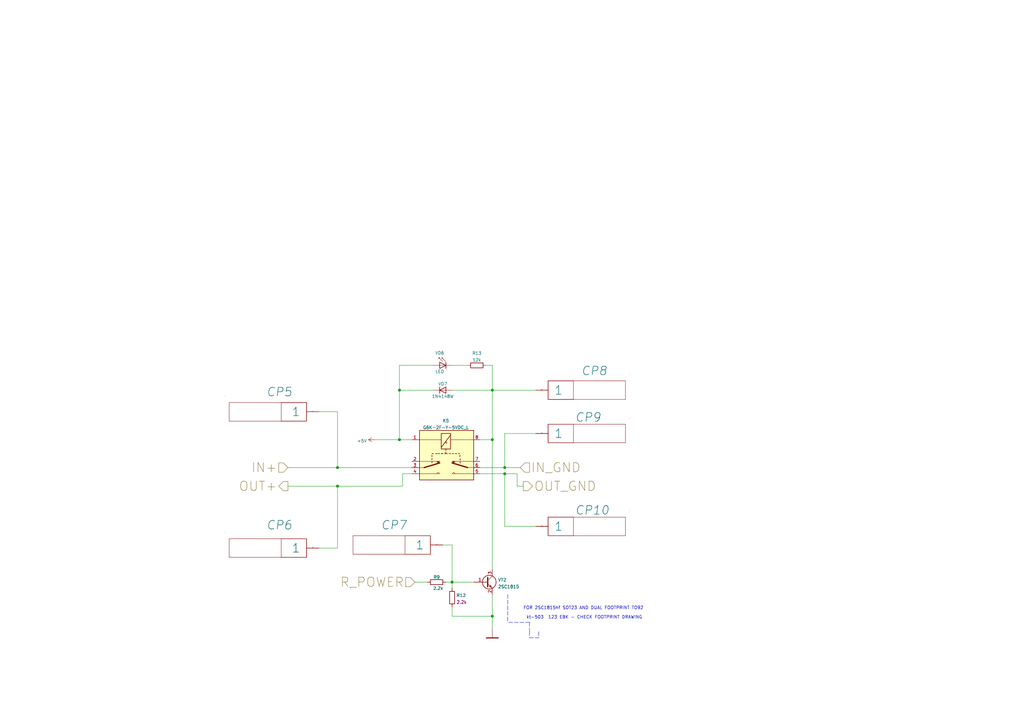
<source format=kicad_sch>
(kicad_sch (version 20210621) (generator eeschema)

  (uuid a390c40a-aa60-472e-b207-21925f174bb1)

  (paper "A3")

  (lib_symbols
    (symbol "[LTM][Power]:GND" (power) (pin_numbers hide) (pin_names (offset 0) hide) (in_bom yes) (on_board yes)
      (property "Reference" "#PWR" (id 0) (at 0 1.27 0)
        (effects (font (size 1.524 1.524)) hide)
      )
      (property "Value" "GND" (id 1) (at 0 -6.35 0)
        (effects (font (size 2.54 2.54) italic) hide)
      )
      (property "Footprint" "" (id 2) (at 0 0 0)
        (effects (font (size 1.524 1.524)))
      )
      (property "Datasheet" "" (id 3) (at 0 0 0)
        (effects (font (size 1.524 1.524)) hide)
      )
      (symbol "GND_0_1"
        (rectangle (start -2.4892 -3.683) (end 2.4892 -3.9878)
          (stroke (width 0)) (fill (type outline))
        )
        (polyline
          (pts
            (xy 0 0)
            (xy 0 -3.81)
          )
          (stroke (width 0)) (fill (type none))
        )
      )
      (symbol "GND_1_1"
        (pin power_in line (at 0 0 270) (length 0) hide
          (name "GND" (effects (font (size 1.27 1.27))))
          (number "1" (effects (font (size 1.27 1.27))))
        )
      )
    )
    (symbol "my_Library:12k" (pin_numbers hide) (pin_names (offset 0)) (in_bom yes) (on_board yes)
      (property "Reference" "R" (id 0) (at 0 2.032 0)
        (effects (font (size 1.27 1.27)))
      )
      (property "Value" "12k" (id 1) (at 0.635 -2.54 0)
        (effects (font (size 1.27 1.27)))
      )
      (property "Footprint" "my_Library_ftprint:R_0805_2012Metric" (id 2) (at 0 -1.778 0)
        (effects (font (size 1.27 1.27)) hide)
      )
      (property "Datasheet" "~" (id 3) (at 0 0 90)
        (effects (font (size 1.27 1.27)) hide)
      )
      (property "ki_keywords" "R res resistor" (id 4) (at 0 0 0)
        (effects (font (size 1.27 1.27)) hide)
      )
      (property "ki_description" "Resistor" (id 5) (at 0 0 0)
        (effects (font (size 1.27 1.27)) hide)
      )
      (property "ki_fp_filters" "R_*" (id 6) (at 0 0 0)
        (effects (font (size 1.27 1.27)) hide)
      )
      (symbol "12k_0_1"
        (rectangle (start 2.54 -1.016) (end -2.54 1.016)
          (stroke (width 0.254)) (fill (type none))
        )
      )
      (symbol "12k_1_1"
        (pin passive line (at -3.81 0 0) (length 1.27)
          (name "~" (effects (font (size 1.27 1.27))))
          (number "1" (effects (font (size 1.27 1.27))))
        )
        (pin passive line (at 3.81 0 180) (length 1.27)
          (name "~" (effects (font (size 1.27 1.27))))
          (number "2" (effects (font (size 1.27 1.27))))
        )
      )
    )
    (symbol "my_Library:1N4148W" (pin_numbers hide) (pin_names (offset 1.016) hide) (in_bom yes) (on_board yes)
      (property "Reference" "VD" (id 0) (at 0 2.54 0)
        (effects (font (size 1.27 1.27)))
      )
      (property "Value" "1N4148W" (id 1) (at 0 -2.54 0)
        (effects (font (size 1.27 1.27)))
      )
      (property "Footprint" "my_Library_ftprint:D_SOD-123" (id 2) (at 0 -4.445 0)
        (effects (font (size 1.27 1.27)) hide)
      )
      (property "Datasheet" "https://assets.nexperia.com/documents/data-sheet/1N4148_1N4448.pdf" (id 3) (at 0 0 0)
        (effects (font (size 1.27 1.27)) hide)
      )
      (property "ki_keywords" "diode" (id 4) (at 0 0 0)
        (effects (font (size 1.27 1.27)) hide)
      )
      (property "ki_description" "100V 0.15A standard switching diode, DO-35" (id 5) (at 0 0 0)
        (effects (font (size 1.27 1.27)) hide)
      )
      (property "ki_fp_filters" "D*DO?35*" (id 6) (at 0 0 0)
        (effects (font (size 1.27 1.27)) hide)
      )
      (symbol "1N4148W_0_1"
        (polyline
          (pts
            (xy -1.27 1.27)
            (xy -1.27 -1.27)
          )
          (stroke (width 0.254)) (fill (type none))
        )
        (polyline
          (pts
            (xy 1.27 0)
            (xy -1.27 0)
          )
          (stroke (width 0)) (fill (type none))
        )
        (polyline
          (pts
            (xy 1.27 1.27)
            (xy 1.27 -1.27)
            (xy -1.27 0)
            (xy 1.27 1.27)
          )
          (stroke (width 0.254)) (fill (type none))
        )
      )
      (symbol "1N4148W_1_1"
        (pin passive line (at -3.81 0 0) (length 2.54)
          (name "K" (effects (font (size 1.27 1.27))))
          (number "1" (effects (font (size 1.27 1.27))))
        )
        (pin passive line (at 3.81 0 180) (length 2.54)
          (name "A" (effects (font (size 1.27 1.27))))
          (number "2" (effects (font (size 1.27 1.27))))
        )
      )
    )
    (symbol "my_Library:2.2k" (pin_numbers hide) (pin_names (offset 0)) (in_bom yes) (on_board yes)
      (property "Reference" "R" (id 0) (at 0 2.032 0)
        (effects (font (size 1.27 1.27)))
      )
      (property "Value" "2.2k" (id 1) (at 0.635 -2.54 0)
        (effects (font (size 1.27 1.27)))
      )
      (property "Footprint" "my_Library_ftprint:R_0805_2012Metric" (id 2) (at 0 -1.778 0)
        (effects (font (size 1.27 1.27)) hide)
      )
      (property "Datasheet" "~" (id 3) (at 0 0 90)
        (effects (font (size 1.27 1.27)) hide)
      )
      (property "ki_keywords" "R res resistor" (id 4) (at 0 0 0)
        (effects (font (size 1.27 1.27)) hide)
      )
      (property "ki_description" "Resistor" (id 5) (at 0 0 0)
        (effects (font (size 1.27 1.27)) hide)
      )
      (property "ki_fp_filters" "R_*" (id 6) (at 0 0 0)
        (effects (font (size 1.27 1.27)) hide)
      )
      (symbol "2.2k_0_1"
        (rectangle (start 2.54 -1.016) (end -2.54 1.016)
          (stroke (width 0.254)) (fill (type none))
        )
      )
      (symbol "2.2k_1_1"
        (pin passive line (at -3.81 0 0) (length 1.27)
          (name "~" (effects (font (size 1.27 1.27))))
          (number "1" (effects (font (size 1.27 1.27))))
        )
        (pin passive line (at 3.81 0 180) (length 1.27)
          (name "~" (effects (font (size 1.27 1.27))))
          (number "2" (effects (font (size 1.27 1.27))))
        )
      )
    )
    (symbol "my_Library:2.2kvert" (pin_numbers hide) (pin_names (offset 0)) (in_bom yes) (on_board yes)
      (property "Reference" "R" (id 0) (at 3.175 1.905 0)
        (effects (font (size 1.27 1.27)))
      )
      (property "Value" "2.2kvert" (id 1) (at -7.62 0 0)
        (effects (font (size 1.27 1.27)) hide)
      )
      (property "Footprint" "my_Library_ftprint:R_0805_2012Metric" (id 2) (at -1.778 0 90)
        (effects (font (size 1.27 1.27)) hide)
      )
      (property "Datasheet" "~" (id 3) (at 0 0 0)
        (effects (font (size 1.27 1.27)) hide)
      )
      (property "volume" "2.2k" (id 4) (at 3.81 -1.27 0)
        (effects (font (size 1.27 1.27)))
      )
      (property "Field5" "" (id 5) (at 0 0 0)
        (effects (font (size 1.27 1.27)))
      )
      (property "ki_keywords" "R res resistor" (id 6) (at 0 0 0)
        (effects (font (size 1.27 1.27)) hide)
      )
      (property "ki_description" "Resistor" (id 7) (at 0 0 0)
        (effects (font (size 1.27 1.27)) hide)
      )
      (property "ki_fp_filters" "R_*" (id 8) (at 0 0 0)
        (effects (font (size 1.27 1.27)) hide)
      )
      (symbol "2.2kvert_0_1"
        (rectangle (start -1.016 -2.54) (end 1.016 2.54)
          (stroke (width 0.254)) (fill (type none))
        )
      )
      (symbol "2.2kvert_1_1"
        (pin passive line (at 0 3.81 270) (length 1.27)
          (name "~" (effects (font (size 1.27 1.27))))
          (number "1" (effects (font (size 1.27 1.27))))
        )
        (pin passive line (at 0 -3.81 90) (length 1.27)
          (name "~" (effects (font (size 1.27 1.27))))
          (number "2" (effects (font (size 1.27 1.27))))
        )
      )
    )
    (symbol "my_Library:2SC1815" (pin_names (offset 0) hide) (in_bom yes) (on_board yes)
      (property "Reference" "VT" (id 0) (at 5.08 1.905 0)
        (effects (font (size 1.27 1.27)) (justify left))
      )
      (property "Value" "2SC1815" (id 1) (at 5.08 0 0)
        (effects (font (size 1.27 1.27)) (justify left))
      )
      (property "Footprint" "my_Library_ftprint:SOT-23_MY_C_E_Silk" (id 2) (at 5.08 -1.905 0)
        (effects (font (size 1.27 1.27) italic) (justify left) hide)
      )
      (property "Datasheet" "https://media.digikey.com/pdf/Data%20Sheets/Toshiba%20PDFs/2SC1815.pdf" (id 3) (at 0 0 0)
        (effects (font (size 1.27 1.27)) (justify left) hide)
      )
      (property "ki_keywords" "Low Noise Audio NPN Transistor" (id 4) (at 0 0 0)
        (effects (font (size 1.27 1.27)) hide)
      )
      (property "ki_description" "0.15A Ic, 50V Vce, Low Noise Audio NPN Transistor, TO-92" (id 5) (at 0 0 0)
        (effects (font (size 1.27 1.27)) hide)
      )
      (property "ki_fp_filters" "TO?92*" (id 6) (at 0 0 0)
        (effects (font (size 1.27 1.27)) hide)
      )
      (symbol "2SC1815_0_1"
        (circle (center 1.27 0) (radius 2.8194) (stroke (width 0.254)) (fill (type none)))
        (polyline
          (pts
            (xy 0 0)
            (xy 0.508 0)
          )
          (stroke (width 0)) (fill (type none))
        )
        (polyline
          (pts
            (xy 0.635 0.635)
            (xy 2.54 2.54)
          )
          (stroke (width 0)) (fill (type none))
        )
        (polyline
          (pts
            (xy 0.635 -0.635)
            (xy 2.54 -2.54)
            (xy 2.54 -2.54)
          )
          (stroke (width 0)) (fill (type none))
        )
        (polyline
          (pts
            (xy 0.635 1.905)
            (xy 0.635 -1.905)
            (xy 0.635 -1.905)
          )
          (stroke (width 0.508)) (fill (type none))
        )
        (polyline
          (pts
            (xy 1.27 -1.778)
            (xy 1.778 -1.27)
            (xy 2.286 -2.286)
            (xy 1.27 -1.778)
            (xy 1.27 -1.778)
          )
          (stroke (width 0)) (fill (type outline))
        )
      )
      (symbol "2SC1815_1_1"
        (pin input line (at -5.08 0 0) (length 5.08)
          (name "B" (effects (font (size 1.27 1.27))))
          (number "1" (effects (font (size 1.27 1.27))))
        )
        (pin passive line (at 2.54 -5.08 90) (length 2.54)
          (name "E" (effects (font (size 1.27 1.27))))
          (number "2" (effects (font (size 1.27 1.27))))
        )
        (pin passive line (at 2.54 5.08 270) (length 2.54)
          (name "C" (effects (font (size 1.27 1.27))))
          (number "3" (effects (font (size 1.27 1.27))))
        )
      )
    )
    (symbol "my_Library:CP_L" (pin_names (offset 2.54)) (in_bom yes) (on_board yes)
      (property "Reference" "CP" (id 0) (at -21.336 7.874 0)
        (effects (font (size 3.556 3.556) italic))
      )
      (property "Value" "CP_L" (id 1) (at -101.6 0 0)
        (effects (font (size 2.0066 2.0066) italic) hide)
      )
      (property "Footprint" "my_Library_ftprint:PinHeader_1x01_P2.54mm_Vertical" (id 2) (at -101.6 -2.54 0)
        (effects (font (size 2.0066 2.0066) italic) hide)
      )
      (property "Datasheet" "" (id 3) (at -101.6 -5.08 0)
        (effects (font (size 2.0066 2.0066) italic) hide)
      )
      (property "ValueName" "ВИЛКА НА ПЛАТУ 2.5 ММ ШАГ" (id 4) (at -21.336 -23.622 0)
        (effects (font (size 2.0066 2.0066) italic) hide)
      )
      (property "ValueGroup" "Соединители" (id 5) (at -101.6 -7.62 0)
        (effects (font (size 2.0066 2.0066) italic) hide)
      )
      (property "ValueGOST" "розетка СНП346-5PП21-1" (id 6) (at -101.6 -10.16 0)
        (effects (font (size 2.0066 2.0066) italic) hide)
      )
      (property "ValueTU" "РЮМК.430420.011ТУ" (id 7) (at -101.6 -12.7 0)
        (effects (font (size 2.0066 2.0066) italic) hide)
      )
      (property "ValueManufacturer" "ф. АО «Электродеталь»" (id 8) (at -101.6 -15.24 0)
        (effects (font (size 2.0066 2.0066) italic) hide)
      )
      (property "ValueTemp_1" "РЮМК.430420.011ТУ" (id 9) (at -101.6 -17.78 0)
        (effects (font (size 2.0066 2.0066) italic) hide)
      )
      (property "ValueSupplier" "ф. АО «Электродеталь»" (id 10) (at -101.6 -20.32 0)
        (effects (font (size 2.0066 2.0066) italic) hide)
      )
      (property "ValueAnalog" "PLD-10 DS-1021" (id 11) (at -101.6 -22.86 0)
        (effects (font (size 2.0066 2.0066) italic) hide)
      )
      (property "ValueTemperature" "от минус 60 ⁰C до + 85 ⁰C" (id 12) (at -101.6 -25.4 0)
        (effects (font (size 2.0066 2.0066) italic) hide)
      )
      (property "ValueNote" "-" (id 13) (at -101.6 -27.94 0)
        (effects (font (size 2.0066 2.0066) italic) hide)
      )
      (property "ValueTemp_2" "-" (id 14) (at -101.6 -30.48 0)
        (effects (font (size 2.0066 2.0066) italic) hide)
      )
      (property "ValueTemp_3" "-" (id 15) (at -101.6 -33.02 0)
        (effects (font (size 2.0066 2.0066) italic) hide)
      )
      (property "ValueTemp_4" "-" (id 16) (at -101.6 -35.56 0)
        (effects (font (size 2.0066 2.0066) italic) hide)
      )
      (property "ValueTemp_5" "-" (id 17) (at -101.6 -38.1 0)
        (effects (font (size 2.0066 2.0066) italic) hide)
      )
      (property "PIN1" "  " (id 18) (at -12.6362 37.9594 0)
        (effects (font (size 2.0066 2.0066) italic))
      )
      (property "PIN2" "   " (id 19) (at -12.6362 33.7224 0)
        (effects (font (size 2.0066 2.0066) italic))
      )
      (property "PIN3" " " (id 20) (at -12.6362 29.4854 0)
        (effects (font (size 2.0066 2.0066) italic))
      )
      (property "PIN4" "  " (id 21) (at -12.6362 25.2484 0)
        (effects (font (size 2.0066 2.0066) italic))
      )
      (property "PIN5" " " (id 22) (at -12.6362 21.0114 0)
        (effects (font (size 2.0066 2.0066) italic))
      )
      (property "ki_fp_filters" "[LTM][FP][Connectors][SNP346]:[LTM][X]*" (id 23) (at 0 0 0)
        (effects (font (size 1.27 1.27)) hide)
      )
      (symbol "CP_L_0_0"
        (pin passive line (at 0 0 180) (length 5.08)
          (name "1" (effects (font (size 3.556 3.556))))
          (number "1" (effects (font (size 0.0254 0.0254))))
        )
      )
      (symbol "CP_L_1_1"
        (text " " (at 9.906 -12.7 0)
          (effects (font (size 2.0066 2.0066) italic))
        )
        (text " " (at 9.906 -7.62 0)
          (effects (font (size 2.0066 2.0066) italic))
        )
        (text " " (at 9.906 -2.54 0)
          (effects (font (size 2.0066 2.0066) italic))
        )
        (text " " (at 9.906 2.54 0)
          (effects (font (size 2.0066 2.0066) italic))
        )
        (text " " (at 9.906 17.78 0)
          (effects (font (size 2.0066 2.0066) italic))
        )
        (text " " (at 12.446 -34.29 0)
          (effects (font (size 2.0066 2.0066) italic))
        )
        (text " " (at 12.446 -29.21 0)
          (effects (font (size 2.0066 2.0066) italic))
        )
        (text " " (at 12.446 -24.13 0)
          (effects (font (size 2.0066 2.0066) italic))
        )
        (rectangle (start -38.608 6.35) (end -38.608 6.35)
          (stroke (width 0)) (fill (type none))
        )
        (rectangle (start -36.83 3.81) (end -5.08 -3.81)
          (stroke (width 0)) (fill (type none))
        )
        (rectangle (start -15.494 3.81) (end -5.08 -3.81)
          (stroke (width 0)) (fill (type none))
        )
      )
    )
    (symbol "my_Library:CP_R" (pin_names (offset 2.54)) (in_bom yes) (on_board yes)
      (property "Reference" "CP" (id 0) (at -21.336 7.874 0)
        (effects (font (size 3.556 3.556) italic))
      )
      (property "Value" "CP_R" (id 1) (at -101.6 0 0)
        (effects (font (size 2.0066 2.0066) italic) hide)
      )
      (property "Footprint" "my_Library_ftprint:PinHeader_1x01_P2.54mm_Vertical" (id 2) (at -101.6 -2.54 0)
        (effects (font (size 2.0066 2.0066) italic) hide)
      )
      (property "Datasheet" "" (id 3) (at -101.6 -5.08 0)
        (effects (font (size 2.0066 2.0066) italic) hide)
      )
      (property "ValueName" "ВИЛКА НА ПЛАТУ 2.5 ММ ШАГ" (id 4) (at -21.336 -23.622 0)
        (effects (font (size 2.0066 2.0066) italic) hide)
      )
      (property "ValueGroup" "Соединители" (id 5) (at -101.6 -7.62 0)
        (effects (font (size 2.0066 2.0066) italic) hide)
      )
      (property "ValueGOST" "розетка СНП346-5PП21-1" (id 6) (at -101.6 -10.16 0)
        (effects (font (size 2.0066 2.0066) italic) hide)
      )
      (property "ValueTU" "РЮМК.430420.011ТУ" (id 7) (at -101.6 -12.7 0)
        (effects (font (size 2.0066 2.0066) italic) hide)
      )
      (property "ValueManufacturer" "ф. АО «Электродеталь»" (id 8) (at -101.6 -15.24 0)
        (effects (font (size 2.0066 2.0066) italic) hide)
      )
      (property "ValueTemp_1" "РЮМК.430420.011ТУ" (id 9) (at -101.6 -17.78 0)
        (effects (font (size 2.0066 2.0066) italic) hide)
      )
      (property "ValueSupplier" "ф. АО «Электродеталь»" (id 10) (at -101.6 -20.32 0)
        (effects (font (size 2.0066 2.0066) italic) hide)
      )
      (property "ValueAnalog" "PLD-10 DS-1021" (id 11) (at -101.6 -22.86 0)
        (effects (font (size 2.0066 2.0066) italic) hide)
      )
      (property "ValueTemperature" "от минус 60 ⁰C до + 85 ⁰C" (id 12) (at -101.6 -25.4 0)
        (effects (font (size 2.0066 2.0066) italic) hide)
      )
      (property "ValueNote" "-" (id 13) (at -101.6 -27.94 0)
        (effects (font (size 2.0066 2.0066) italic) hide)
      )
      (property "ValueTemp_2" "-" (id 14) (at -101.6 -30.48 0)
        (effects (font (size 2.0066 2.0066) italic) hide)
      )
      (property "ValueTemp_3" "-" (id 15) (at -101.6 -33.02 0)
        (effects (font (size 2.0066 2.0066) italic) hide)
      )
      (property "ValueTemp_4" "-" (id 16) (at -101.6 -35.56 0)
        (effects (font (size 2.0066 2.0066) italic) hide)
      )
      (property "ValueTemp_5" "-" (id 17) (at -101.6 -38.1 0)
        (effects (font (size 2.0066 2.0066) italic) hide)
      )
      (property "PIN1" "  " (id 18) (at -12.6362 37.9594 0)
        (effects (font (size 2.0066 2.0066) italic))
      )
      (property "PIN2" "   " (id 19) (at -12.6362 33.7224 0)
        (effects (font (size 2.0066 2.0066) italic))
      )
      (property "PIN3" " " (id 20) (at -12.6362 29.4854 0)
        (effects (font (size 2.0066 2.0066) italic))
      )
      (property "PIN4" "  " (id 21) (at -12.6362 25.2484 0)
        (effects (font (size 2.0066 2.0066) italic))
      )
      (property "PIN5" " " (id 22) (at -12.6362 21.0114 0)
        (effects (font (size 2.0066 2.0066) italic))
      )
      (property "ki_fp_filters" "[LTM][FP][Connectors][SNP346]:[LTM][X]*" (id 23) (at 0 0 0)
        (effects (font (size 1.27 1.27)) hide)
      )
      (symbol "CP_R_0_0"
        (pin passive line (at 0 0 180) (length 5.08)
          (name "1" (effects (font (size 3.556 3.556))))
          (number "1" (effects (font (size 0.0254 0.0254))))
        )
      )
      (symbol "CP_R_1_1"
        (text " " (at 9.906 -12.7 0)
          (effects (font (size 2.0066 2.0066) italic))
        )
        (text " " (at 9.906 -7.62 0)
          (effects (font (size 2.0066 2.0066) italic))
        )
        (text " " (at 9.906 -2.54 0)
          (effects (font (size 2.0066 2.0066) italic))
        )
        (text " " (at 9.906 2.54 0)
          (effects (font (size 2.0066 2.0066) italic))
        )
        (text " " (at 9.906 17.78 0)
          (effects (font (size 2.0066 2.0066) italic))
        )
        (text " " (at 12.446 -34.29 0)
          (effects (font (size 2.0066 2.0066) italic))
        )
        (text " " (at 12.446 -29.21 0)
          (effects (font (size 2.0066 2.0066) italic))
        )
        (text " " (at 12.446 -24.13 0)
          (effects (font (size 2.0066 2.0066) italic))
        )
        (rectangle (start -38.608 6.35) (end -38.608 6.35)
          (stroke (width 0)) (fill (type none))
        )
        (rectangle (start -36.83 3.81) (end -5.08 -3.81)
          (stroke (width 0)) (fill (type none))
        )
        (rectangle (start -15.494 3.81) (end -5.08 -3.81)
          (stroke (width 0)) (fill (type none))
        )
      )
    )
    (symbol "my_Library:G6K-2F-Y-5VDC_L" (in_bom yes) (on_board yes)
      (property "Reference" "K" (id 0) (at 16.51 7.62 0)
        (effects (font (size 1.27 1.27)) (justify left))
      )
      (property "Value" "G6K-2F-Y-5VDC_L" (id 1) (at 8.255 -19.05 0)
        (effects (font (size 1.27 1.27)) (justify left))
      )
      (property "Footprint" "my_Library_ftprint:Relay_DPDT_Omron_G6K-2F-Y" (id 2) (at -11.43 -19.685 0)
        (effects (font (size 1.27 1.27)) (justify left) hide)
      )
      (property "Datasheet" "http://omronfs.omron.com/en_US/ecb/products/pdf/en-g6k.pdf" (id 3) (at 11.43 -26.67 0)
        (effects (font (size 1.27 1.27)) hide)
      )
      (property "ki_keywords" "Miniature Relay Dual Pole DPDT Omron" (id 4) (at 0 0 0)
        (effects (font (size 1.27 1.27)) hide)
      )
      (property "ki_description" "Miniature 2-pole relay, Single-side Stable" (id 5) (at 0 0 0)
        (effects (font (size 1.27 1.27)) hide)
      )
      (property "ki_fp_filters" "Relay*DPDT*Omron*G6K?2*" (id 6) (at 0 0 0)
        (effects (font (size 1.27 1.27)) hide)
      )
      (symbol "G6K-2F-Y-5VDC_L_0_0"
        (text "+" (at 13.97 -1.27 900)
          (effects (font (size 1.27 1.27)))
        )
      )
      (symbol "G6K-2F-Y-5VDC_L_0_1"
        (rectangle (start 12.065 2.54) (end 15.875 -3.81)
          (stroke (width 0.254)) (fill (type none))
        )
        (rectangle (start 3.175 3.81) (end 25.4 -16.51)
          (stroke (width 0.254)) (fill (type background))
        )
        (polyline
          (pts
            (xy 5.08 -11.43)
            (xy 2.54 -11.43)
          )
          (stroke (width 0)) (fill (type none))
        )
        (polyline
          (pts
            (xy 5.08 -11.43)
            (xy 11.43 -9.525)
          )
          (stroke (width 0.508)) (fill (type none))
        )
        (polyline
          (pts
            (xy 8.255 -8.89)
            (xy 8.255 -9.525)
          )
          (stroke (width 0.254)) (fill (type none))
        )
        (polyline
          (pts
            (xy 8.255 -7.62)
            (xy 8.255 -8.255)
          )
          (stroke (width 0.254)) (fill (type none))
        )
        (polyline
          (pts
            (xy 8.255 -6.35)
            (xy 8.255 -6.985)
          )
          (stroke (width 0.254)) (fill (type none))
        )
        (polyline
          (pts
            (xy 8.255 -5.715)
            (xy 8.89 -5.715)
          )
          (stroke (width 0.254)) (fill (type none))
        )
        (polyline
          (pts
            (xy 8.89 -13.97)
            (xy 2.54 -13.97)
          )
          (stroke (width 0.1524)) (fill (type none))
        )
        (polyline
          (pts
            (xy 8.89 -8.89)
            (xy 2.54 -8.89)
          )
          (stroke (width 0.1524)) (fill (type none))
        )
        (polyline
          (pts
            (xy 9.779 -5.715)
            (xy 10.414 -5.715)
          )
          (stroke (width 0.254)) (fill (type none))
        )
        (polyline
          (pts
            (xy 10.795 -5.715)
            (xy 11.43 -5.715)
          )
          (stroke (width 0.254)) (fill (type none))
        )
        (polyline
          (pts
            (xy 12.065 -5.715)
            (xy 12.7 -5.715)
          )
          (stroke (width 0.254)) (fill (type none))
        )
        (polyline
          (pts
            (xy 12.065 -5.715)
            (xy 12.7 -5.715)
          )
          (stroke (width 0.254)) (fill (type none))
        )
        (polyline
          (pts
            (xy 13.335 -5.715)
            (xy 13.97 -5.715)
          )
          (stroke (width 0.254)) (fill (type none))
        )
        (polyline
          (pts
            (xy 13.97 -5.715)
            (xy 14.605 -5.715)
          )
          (stroke (width 0.254)) (fill (type none))
        )
        (polyline
          (pts
            (xy 13.97 -5.08)
            (xy 13.97 -5.715)
          )
          (stroke (width 0.254)) (fill (type none))
        )
        (polyline
          (pts
            (xy 13.97 -3.81)
            (xy 13.97 -4.445)
          )
          (stroke (width 0.254)) (fill (type none))
        )
        (polyline
          (pts
            (xy 15.24 -5.715)
            (xy 15.875 -5.715)
          )
          (stroke (width 0.254)) (fill (type none))
        )
        (polyline
          (pts
            (xy 15.875 0)
            (xy 25.4 0)
          )
          (stroke (width 0.1524)) (fill (type none))
        )
        (polyline
          (pts
            (xy 15.875 1.905)
            (xy 12.065 -3.175)
          )
          (stroke (width 0.254)) (fill (type none))
        )
        (polyline
          (pts
            (xy 16.51 -5.715)
            (xy 17.145 -5.715)
          )
          (stroke (width 0.254)) (fill (type none))
        )
        (polyline
          (pts
            (xy 17.78 -5.715)
            (xy 18.415 -5.715)
          )
          (stroke (width 0.254)) (fill (type none))
        )
        (polyline
          (pts
            (xy 19.05 -5.715)
            (xy 19.685 -5.715)
          )
          (stroke (width 0.254)) (fill (type none))
        )
        (polyline
          (pts
            (xy 19.685 -6.35)
            (xy 19.685 -6.985)
          )
          (stroke (width 0.254)) (fill (type none))
        )
        (polyline
          (pts
            (xy 19.812 -9.017)
            (xy 19.812 -9.652)
          )
          (stroke (width 0.254)) (fill (type none))
        )
        (polyline
          (pts
            (xy 19.812 -7.747)
            (xy 19.812 -8.382)
          )
          (stroke (width 0.254)) (fill (type none))
        )
        (polyline
          (pts
            (xy 22.86 -13.97)
            (xy 19.05 -13.97)
          )
          (stroke (width 0.1524)) (fill (type none))
        )
        (polyline
          (pts
            (xy 22.86 -11.43)
            (xy 16.51 -9.525)
          )
          (stroke (width 0.508)) (fill (type none))
        )
        (polyline
          (pts
            (xy 22.86 -11.43)
            (xy 25.4 -11.43)
          )
          (stroke (width 0.1524)) (fill (type none))
        )
        (polyline
          (pts
            (xy 22.86 -8.89)
            (xy 19.05 -8.89)
          )
          (stroke (width 0.1524)) (fill (type none))
        )
        (polyline
          (pts
            (xy 25.4 -13.97)
            (xy 22.86 -13.97)
          )
          (stroke (width 0.1524)) (fill (type none))
        )
        (polyline
          (pts
            (xy 25.4 -8.89)
            (xy 22.86 -8.89)
          )
          (stroke (width 0.1524)) (fill (type none))
        )
        (polyline
          (pts
            (xy 12.065 0)
            (xy 2.54 0)
            (xy 3.81 0)
          )
          (stroke (width 0.1524)) (fill (type none))
        )
        (polyline
          (pts
            (xy 8.89 -13.97)
            (xy 11.43 -13.97)
            (xy 10.795 -13.335)
            (xy 10.16 -13.97)
          )
          (stroke (width 0)) (fill (type none))
        )
        (polyline
          (pts
            (xy 19.05 -13.97)
            (xy 16.51 -13.97)
            (xy 17.145 -13.335)
            (xy 17.78 -13.97)
          )
          (stroke (width 0)) (fill (type none))
        )
        (polyline
          (pts
            (xy 8.89 -8.89)
            (xy 11.43 -8.89)
            (xy 10.795 -9.525)
            (xy 10.16 -8.89)
          )
          (stroke (width 0)) (fill (type outline))
        )
        (polyline
          (pts
            (xy 19.05 -8.89)
            (xy 16.51 -8.89)
            (xy 17.145 -9.525)
            (xy 17.78 -8.89)
          )
          (stroke (width 0)) (fill (type outline))
        )
      )
      (symbol "G6K-2F-Y-5VDC_L_1_1"
        (pin passive line (at 0 0 0) (length 2.54)
          (name "~" (effects (font (size 1.27 1.27))))
          (number "1" (effects (font (size 1.27 1.27))))
        )
        (pin passive line (at 0 -8.89 0) (length 2.54)
          (name "~" (effects (font (size 1.27 1.27))))
          (number "2" (effects (font (size 1.27 1.27))))
        )
        (pin passive line (at 0 -11.43 0) (length 2.54)
          (name "~" (effects (font (size 1.27 1.27))))
          (number "3" (effects (font (size 1.27 1.27))))
        )
        (pin passive line (at 0 -13.97 0) (length 2.54)
          (name "~" (effects (font (size 1.27 1.27))))
          (number "4" (effects (font (size 1.27 1.27))))
        )
        (pin passive line (at 27.94 -13.97 180) (length 2.54)
          (name "~" (effects (font (size 1.27 1.27))))
          (number "5" (effects (font (size 1.27 1.27))))
        )
        (pin passive line (at 27.94 -11.43 180) (length 2.54)
          (name "~" (effects (font (size 1.27 1.27))))
          (number "6" (effects (font (size 1.27 1.27))))
        )
        (pin passive line (at 27.94 -8.89 180) (length 2.54)
          (name "~" (effects (font (size 1.27 1.27))))
          (number "7" (effects (font (size 1.27 1.27))))
        )
        (pin passive line (at 27.94 0 180) (length 2.54)
          (name "~" (effects (font (size 1.27 1.27))))
          (number "8" (effects (font (size 1.27 1.27))))
        )
      )
    )
    (symbol "my_Library:LED" (pin_numbers hide) (pin_names (offset 1.016) hide) (in_bom yes) (on_board yes)
      (property "Reference" "VD" (id 0) (at 0 5.08 0)
        (effects (font (size 1.27 1.27)))
      )
      (property "Value" "LED" (id 1) (at 0 -2.54 0)
        (effects (font (size 1.27 1.27)))
      )
      (property "Footprint" "my_Library_ftprint:LED_0805_2012Metric" (id 2) (at 1.27 -6.35 0)
        (effects (font (size 1.27 1.27)) hide)
      )
      (property "Datasheet" "http://cdn-reichelt.de/documents/datenblatt/A500/SFH4346.pdf" (id 3) (at -1.27 0 0)
        (effects (font (size 1.27 1.27)) hide)
      )
      (property "ki_keywords" "opto IR LED smd LED 0805" (id 4) (at 0 0 0)
        (effects (font (size 1.27 1.27)) hide)
      )
      (property "ki_description" "smd LED 0805" (id 5) (at 0 0 0)
        (effects (font (size 1.27 1.27)) hide)
      )
      (property "ki_fp_filters" "LED*3.0mm*IRBlack*" (id 6) (at 0 0 0)
        (effects (font (size 1.27 1.27)) hide)
      )
      (symbol "LED_0_1"
        (polyline
          (pts
            (xy -2.54 1.27)
            (xy -2.54 -1.27)
          )
          (stroke (width 0.254)) (fill (type none))
        )
        (polyline
          (pts
            (xy 0 0)
            (xy -2.54 0)
          )
          (stroke (width 0)) (fill (type none))
        )
        (polyline
          (pts
            (xy 0.381 3.175)
            (xy -0.127 3.175)
          )
          (stroke (width 0)) (fill (type none))
        )
        (polyline
          (pts
            (xy -1.143 1.651)
            (xy 0.381 3.175)
            (xy 0.381 2.667)
          )
          (stroke (width 0)) (fill (type none))
        )
        (polyline
          (pts
            (xy 0 1.27)
            (xy -2.54 0)
            (xy 0 -1.27)
            (xy 0 1.27)
          )
          (stroke (width 0.254)) (fill (type none))
        )
        (polyline
          (pts
            (xy -2.413 1.651)
            (xy -0.889 3.175)
            (xy -0.889 2.667)
            (xy -0.889 3.175)
            (xy -1.397 3.175)
          )
          (stroke (width 0)) (fill (type none))
        )
      )
      (symbol "LED_1_1"
        (pin passive line (at -5.08 0 0) (length 2.54)
          (name "K" (effects (font (size 1.27 1.27))))
          (number "1" (effects (font (size 1.27 1.27))))
        )
        (pin passive line (at 2.54 0 180) (length 2.54)
          (name "A" (effects (font (size 1.27 1.27))))
          (number "2" (effects (font (size 1.27 1.27))))
        )
      )
    )
    (symbol "power:+5V" (power) (pin_names (offset 0)) (in_bom yes) (on_board yes)
      (property "Reference" "#PWR" (id 0) (at 0 -3.81 0)
        (effects (font (size 1.27 1.27)) hide)
      )
      (property "Value" "+5V" (id 1) (at 0 3.556 0)
        (effects (font (size 1.27 1.27)))
      )
      (property "Footprint" "" (id 2) (at 0 0 0)
        (effects (font (size 1.27 1.27)) hide)
      )
      (property "Datasheet" "" (id 3) (at 0 0 0)
        (effects (font (size 1.27 1.27)) hide)
      )
      (property "ki_keywords" "power-flag" (id 4) (at 0 0 0)
        (effects (font (size 1.27 1.27)) hide)
      )
      (property "ki_description" "Power symbol creates a global label with name \"+5V\"" (id 5) (at 0 0 0)
        (effects (font (size 1.27 1.27)) hide)
      )
      (symbol "+5V_0_1"
        (polyline
          (pts
            (xy -0.762 1.27)
            (xy 0 2.54)
          )
          (stroke (width 0)) (fill (type none))
        )
        (polyline
          (pts
            (xy 0 0)
            (xy 0 2.54)
          )
          (stroke (width 0)) (fill (type none))
        )
        (polyline
          (pts
            (xy 0 2.54)
            (xy 0.762 1.27)
          )
          (stroke (width 0)) (fill (type none))
        )
      )
      (symbol "+5V_1_1"
        (pin power_in line (at 0 0 90) (length 0) hide
          (name "+5V" (effects (font (size 1.27 1.27))))
          (number "1" (effects (font (size 1.27 1.27))))
        )
      )
    )
  )

  (junction (at 138.43 191.77) (diameter 1.016) (color 0 0 0 0))
  (junction (at 138.43 199.39) (diameter 1.016) (color 0 0 0 0))
  (junction (at 163.83 160.02) (diameter 1.016) (color 0 0 0 0))
  (junction (at 163.83 180.34) (diameter 1.016) (color 0 0 0 0))
  (junction (at 185.42 238.76) (diameter 1.016) (color 0 0 0 0))
  (junction (at 201.93 160.02) (diameter 1.016) (color 0 0 0 0))
  (junction (at 201.93 180.34) (diameter 1.016) (color 0 0 0 0))
  (junction (at 201.93 252.73) (diameter 1.016) (color 0 0 0 0))
  (junction (at 207.01 191.77) (diameter 1.016) (color 0 0 0 0))
  (junction (at 207.01 194.31) (diameter 1.016) (color 0 0 0 0))

  (wire (pts (xy 118.11 191.77) (xy 138.43 191.77))
    (stroke (width 0) (type solid) (color 0 0 0 0))
    (uuid 2d0bdf92-3804-438d-93e2-9f640e0bb68f)
  )
  (wire (pts (xy 118.11 199.39) (xy 138.43 199.39))
    (stroke (width 0) (type solid) (color 0 0 0 0))
    (uuid e0adcff9-352d-4864-bac5-e8c6f2645545)
  )
  (wire (pts (xy 138.43 168.91) (xy 130.81 168.91))
    (stroke (width 0) (type solid) (color 0 0 0 0))
    (uuid 1e806b88-d565-4284-ba30-d61948b580d2)
  )
  (wire (pts (xy 138.43 168.91) (xy 138.43 191.77))
    (stroke (width 0) (type solid) (color 0 0 0 0))
    (uuid caf8d04e-9074-427c-86c8-7be108f86ece)
  )
  (wire (pts (xy 138.43 191.77) (xy 168.91 191.77))
    (stroke (width 0) (type solid) (color 0 0 0 0))
    (uuid 8ee9b7c0-7492-43d8-b5ec-b1f626cb8eb2)
  )
  (wire (pts (xy 138.43 199.39) (xy 165.1 199.39))
    (stroke (width 0) (type solid) (color 0 0 0 0))
    (uuid 95932cb0-9bb3-4904-967e-3b4945cc02c2)
  )
  (wire (pts (xy 138.43 224.79) (xy 130.81 224.79))
    (stroke (width 0) (type solid) (color 0 0 0 0))
    (uuid eb7216c7-8c22-424b-bcfc-7c48b6de6017)
  )
  (wire (pts (xy 138.43 224.79) (xy 138.43 199.39))
    (stroke (width 0) (type solid) (color 0 0 0 0))
    (uuid f481935c-1eb8-47d7-b6bd-fb78bb30434b)
  )
  (wire (pts (xy 153.67 180.34) (xy 163.83 180.34))
    (stroke (width 0) (type solid) (color 0 0 0 0))
    (uuid 2b2a05e6-302e-4969-b686-32005eb9ae42)
  )
  (wire (pts (xy 163.83 149.86) (xy 163.83 160.02))
    (stroke (width 0) (type solid) (color 0 0 0 0))
    (uuid 4c358332-c070-4725-80d1-3c3dcf5a525e)
  )
  (wire (pts (xy 163.83 149.86) (xy 177.8 149.86))
    (stroke (width 0) (type solid) (color 0 0 0 0))
    (uuid 8f8f233c-83e3-4afa-8ccc-50ab879497b0)
  )
  (wire (pts (xy 163.83 160.02) (xy 163.83 180.34))
    (stroke (width 0) (type solid) (color 0 0 0 0))
    (uuid a15834e8-5f31-46c8-87eb-88e7eac6b434)
  )
  (wire (pts (xy 163.83 180.34) (xy 168.91 180.34))
    (stroke (width 0) (type solid) (color 0 0 0 0))
    (uuid 0eeb8a24-bbf4-4cd3-9eef-32107729b08d)
  )
  (wire (pts (xy 165.1 194.31) (xy 165.1 199.39))
    (stroke (width 0) (type solid) (color 0 0 0 0))
    (uuid 12a801b3-09da-41b0-8ddf-d8a6da253b67)
  )
  (wire (pts (xy 168.91 194.31) (xy 165.1 194.31))
    (stroke (width 0) (type solid) (color 0 0 0 0))
    (uuid 29c48ba3-3888-4666-89c1-ab049b0da133)
  )
  (wire (pts (xy 170.18 238.76) (xy 175.26 238.76))
    (stroke (width 0) (type solid) (color 0 0 0 0))
    (uuid 4291c714-8cd7-4c6e-bf90-df3b4a956bfb)
  )
  (wire (pts (xy 177.8 160.02) (xy 163.83 160.02))
    (stroke (width 0) (type solid) (color 0 0 0 0))
    (uuid 7c675167-b6f0-4c74-a899-68c0ccd36b15)
  )
  (wire (pts (xy 181.61 223.52) (xy 185.42 223.52))
    (stroke (width 0) (type solid) (color 0 0 0 0))
    (uuid 7b6a0216-bc40-46c0-b39c-bb9881bfd0c7)
  )
  (wire (pts (xy 182.88 238.76) (xy 185.42 238.76))
    (stroke (width 0) (type solid) (color 0 0 0 0))
    (uuid 55254280-8500-4a70-9939-054c58d77cd5)
  )
  (wire (pts (xy 185.42 149.86) (xy 191.77 149.86))
    (stroke (width 0) (type solid) (color 0 0 0 0))
    (uuid d331596d-222c-46c5-9efc-6f6f048a4595)
  )
  (wire (pts (xy 185.42 160.02) (xy 201.93 160.02))
    (stroke (width 0) (type solid) (color 0 0 0 0))
    (uuid 6db8d2d1-a115-4d17-b016-586fda70bcd8)
  )
  (wire (pts (xy 185.42 223.52) (xy 185.42 238.76))
    (stroke (width 0) (type solid) (color 0 0 0 0))
    (uuid 1fe54237-1b57-4574-9f17-26b149e4d6bd)
  )
  (wire (pts (xy 185.42 238.76) (xy 185.42 241.3))
    (stroke (width 0) (type solid) (color 0 0 0 0))
    (uuid 67719f89-6f75-4a68-a21f-3a95ef83cddc)
  )
  (wire (pts (xy 185.42 238.76) (xy 194.31 238.76))
    (stroke (width 0) (type solid) (color 0 0 0 0))
    (uuid 29547415-1558-43bf-80fb-353cbc74ec68)
  )
  (wire (pts (xy 185.42 248.92) (xy 185.42 252.73))
    (stroke (width 0) (type solid) (color 0 0 0 0))
    (uuid 1a48ae8f-eb49-472b-9c54-52da1b5013c8)
  )
  (wire (pts (xy 196.85 180.34) (xy 201.93 180.34))
    (stroke (width 0) (type solid) (color 0 0 0 0))
    (uuid 5f58c2c8-42df-46e9-be59-7c5902231994)
  )
  (wire (pts (xy 196.85 191.77) (xy 207.01 191.77))
    (stroke (width 0) (type solid) (color 0 0 0 0))
    (uuid 1182ad66-0ee5-4a2c-81ff-fa459fd285f4)
  )
  (wire (pts (xy 196.85 194.31) (xy 207.01 194.31))
    (stroke (width 0) (type solid) (color 0 0 0 0))
    (uuid 6b4be96c-626d-4f9c-8a89-b538d4b6019a)
  )
  (wire (pts (xy 199.39 149.86) (xy 201.93 149.86))
    (stroke (width 0) (type solid) (color 0 0 0 0))
    (uuid d4ee8531-a434-41da-ba1a-7004e321e29a)
  )
  (wire (pts (xy 201.93 149.86) (xy 201.93 160.02))
    (stroke (width 0) (type solid) (color 0 0 0 0))
    (uuid 58792483-67b6-4331-a1b9-8586a150c0c2)
  )
  (wire (pts (xy 201.93 160.02) (xy 201.93 180.34))
    (stroke (width 0) (type solid) (color 0 0 0 0))
    (uuid 1797a1ca-5f0b-4fa8-ad82-590cca98ff14)
  )
  (wire (pts (xy 201.93 160.02) (xy 219.71 160.02))
    (stroke (width 0) (type solid) (color 0 0 0 0))
    (uuid 0dd945bf-1e6a-40fd-909f-2d398fabd4d3)
  )
  (wire (pts (xy 201.93 180.34) (xy 201.93 233.68))
    (stroke (width 0) (type solid) (color 0 0 0 0))
    (uuid 114ead60-1a16-45e5-98e7-dcfed4234093)
  )
  (wire (pts (xy 201.93 243.84) (xy 201.93 252.73))
    (stroke (width 0) (type solid) (color 0 0 0 0))
    (uuid 1d4e143f-9bd2-434b-bfac-7baef666cb68)
  )
  (wire (pts (xy 201.93 252.73) (xy 185.42 252.73))
    (stroke (width 0) (type solid) (color 0 0 0 0))
    (uuid 837d430b-94fd-416b-90b6-1f786e74ff98)
  )
  (wire (pts (xy 201.93 252.73) (xy 201.93 257.81))
    (stroke (width 0) (type solid) (color 0 0 0 0))
    (uuid f7c65744-a632-4105-a6de-1d02494b69d0)
  )
  (wire (pts (xy 207.01 177.8) (xy 207.01 191.77))
    (stroke (width 0) (type solid) (color 0 0 0 0))
    (uuid 0ba183f6-e2a1-405e-98fa-74b9bc67a1e0)
  )
  (wire (pts (xy 207.01 191.77) (xy 213.36 191.77))
    (stroke (width 0) (type solid) (color 0 0 0 0))
    (uuid 1182ad66-0ee5-4a2c-81ff-fa459fd285f4)
  )
  (wire (pts (xy 207.01 194.31) (xy 212.09 194.31))
    (stroke (width 0) (type solid) (color 0 0 0 0))
    (uuid 6b4be96c-626d-4f9c-8a89-b538d4b6019a)
  )
  (wire (pts (xy 207.01 215.9) (xy 207.01 194.31))
    (stroke (width 0) (type solid) (color 0 0 0 0))
    (uuid 5784c843-b2b0-4814-ba63-661c1af017ce)
  )
  (wire (pts (xy 212.09 194.31) (xy 212.09 199.39))
    (stroke (width 0) (type solid) (color 0 0 0 0))
    (uuid 6b4be96c-626d-4f9c-8a89-b538d4b6019a)
  )
  (wire (pts (xy 212.09 199.39) (xy 214.63 199.39))
    (stroke (width 0) (type solid) (color 0 0 0 0))
    (uuid 6b4be96c-626d-4f9c-8a89-b538d4b6019a)
  )
  (wire (pts (xy 219.71 177.8) (xy 207.01 177.8))
    (stroke (width 0) (type solid) (color 0 0 0 0))
    (uuid 0ba183f6-e2a1-405e-98fa-74b9bc67a1e0)
  )
  (wire (pts (xy 219.71 215.9) (xy 207.01 215.9))
    (stroke (width 0) (type solid) (color 0 0 0 0))
    (uuid 5784c843-b2b0-4814-ba63-661c1af017ce)
  )
  (polyline (pts (xy 208.28 243.84) (xy 208.28 255.27))
    (stroke (width 0) (type dash) (color 0 0 0 0))
    (uuid 9794b2c3-00f5-4a90-861a-d5dfade3fc0b)
  )
  (polyline (pts (xy 217.17 255.27) (xy 208.28 255.27))
    (stroke (width 0) (type dash) (color 0 0 0 0))
    (uuid 07b98e69-62d5-41f6-abf9-c8c8a1c8d910)
  )
  (polyline (pts (xy 217.17 255.27) (xy 217.17 259.08))
    (stroke (width 0) (type dash) (color 0 0 0 0))
    (uuid 5f677b19-7694-407a-9fca-43fc99f31a0b)
  )
  (polyline (pts (xy 217.17 259.08) (xy 217.17 261.62))
    (stroke (width 0) (type dash) (color 0 0 0 0))
    (uuid 17394490-0890-4983-86f5-dee328f2ef08)
  )
  (polyline (pts (xy 217.17 261.62) (xy 220.98 261.62))
    (stroke (width 0) (type dash) (color 0 0 0 0))
    (uuid df920b68-7e39-457e-8140-f369f07fec4c)
  )
  (polyline (pts (xy 220.98 259.08) (xy 220.98 261.62))
    (stroke (width 0) (type dash) (color 0 0 0 0))
    (uuid 33d857ad-0460-40d6-9b38-327c5591d5d5)
  )

  (text "FOR 2SC1815hf SOT23 AND DUAL FOOTPRINT TO92" (at 214.63 250.19 0)
    (effects (font (size 1.27 1.27)) (justify left bottom))
    (uuid f35e5011-dd4a-4b83-8246-165d5f75a4b6)
  )
  (text "kt-503  123 EBK - CHECK FOOTPRINT DRAWING" (at 215.9 254 0)
    (effects (font (size 1.27 1.27)) (justify left bottom))
    (uuid 98410c7c-7455-424d-b5f5-960207d1a8f6)
  )

  (hierarchical_label "IN+" (shape input) (at 118.11 191.77 180)
    (effects (font (size 3.81 3.81)) (justify right))
    (uuid 8bf16dc5-d582-473e-b90e-45336ded5b42)
  )
  (hierarchical_label "OUT+" (shape output) (at 118.11 199.39 180)
    (effects (font (size 3.81 3.81)) (justify right))
    (uuid c95338ac-a053-4c2f-bdae-ae8be405e8c2)
  )
  (hierarchical_label "R_POWER" (shape input) (at 170.18 238.76 180)
    (effects (font (size 3.81 3.81)) (justify right))
    (uuid ae85ff4f-9502-4977-9639-9fcabd1081ab)
  )
  (hierarchical_label "IN_GND" (shape input) (at 213.36 191.77 0)
    (effects (font (size 3.81 3.81)) (justify left))
    (uuid 7133f9a4-e230-4e55-9a22-7bcbada275ff)
  )
  (hierarchical_label "OUT_GND" (shape output) (at 214.63 199.39 0)
    (effects (font (size 3.81 3.81)) (justify left))
    (uuid 81e8088d-dea7-4dab-b984-f7a33e8a18ef)
  )

  (symbol (lib_id "power:+5V") (at 153.67 180.34 90) (unit 1)
    (in_bom yes) (on_board yes) (fields_autoplaced)
    (uuid 6a96d31a-787f-484a-bed4-500f9b6b2374)
    (property "Reference" "#PWR021" (id 0) (at 157.48 180.34 0)
      (effects (font (size 1.27 1.27)) hide)
    )
    (property "Value" "+5V" (id 1) (at 150.495 180.819 90)
      (effects (font (size 1.27 1.27)) (justify left))
    )
    (property "Footprint" "" (id 2) (at 153.67 180.34 0)
      (effects (font (size 1.27 1.27)) hide)
    )
    (property "Datasheet" "" (id 3) (at 153.67 180.34 0)
      (effects (font (size 1.27 1.27)) hide)
    )
    (pin "1" (uuid 41f8be0e-98b5-45f8-a7bd-1b8f0a06cc6c))
  )

  (symbol (lib_id "my_Library:2.2k") (at 179.07 238.76 0) (unit 1)
    (in_bom yes) (on_board yes) (fields_autoplaced)
    (uuid 382b6bf7-638d-4ac6-bf70-580a0c01ac8a)
    (property "Reference" "R9" (id 0) (at 179.07 236.728 0))
    (property "Value" "2.2k" (id 1) (at 179.705 241.3 0))
    (property "Footprint" "my_Library_ftprint:R_0805_2012Metric" (id 2) (at 179.07 240.538 0)
      (effects (font (size 1.27 1.27)) hide)
    )
    (property "Datasheet" "~" (id 3) (at 179.07 238.76 90)
      (effects (font (size 1.27 1.27)) hide)
    )
    (pin "1" (uuid 4e1edac8-5e05-434d-aee0-82a2a594267b))
    (pin "2" (uuid 73e857e8-69ec-401e-9eec-ceaf9f4bc332))
  )

  (symbol (lib_id "my_Library:2.2kvert") (at 185.42 245.11 0) (unit 1)
    (in_bom yes) (on_board yes) (fields_autoplaced)
    (uuid 0510c1bb-a4de-4eb7-8d0d-844945db9740)
    (property "Reference" "R12" (id 0) (at 187.1981 244.2015 0)
      (effects (font (size 1.27 1.27)) (justify left))
    )
    (property "Value" "2.2kvert" (id 1) (at 177.8 245.11 0)
      (effects (font (size 1.27 1.27)) hide)
    )
    (property "Footprint" "my_Library_ftprint:R_0805_2012Metric" (id 2) (at 183.642 245.11 90)
      (effects (font (size 1.27 1.27)) hide)
    )
    (property "Datasheet" "~" (id 3) (at 185.42 245.11 0)
      (effects (font (size 1.27 1.27)) hide)
    )
    (property "volume" "2.2k" (id 4) (at 187.1981 246.9766 0)
      (effects (font (size 1.27 1.27)) (justify left))
    )
    (property "Field5" "" (id 5) (at 185.42 245.11 0))
    (pin "1" (uuid e40d466f-0dd4-49f7-82e3-d91ef6987b20))
    (pin "2" (uuid 636642bb-4c08-4e55-a26a-c2bd862313bf))
  )

  (symbol (lib_id "my_Library:12k") (at 195.58 149.86 0) (unit 1)
    (in_bom yes) (on_board yes) (fields_autoplaced)
    (uuid bbef0b92-bdee-40fb-b868-d5cd71b03047)
    (property "Reference" "R13" (id 0) (at 195.58 144.8774 0))
    (property "Value" "12k" (id 1) (at 195.58 147.6525 0))
    (property "Footprint" "my_Library_ftprint:R_0805_2012Metric" (id 2) (at 195.58 151.638 0)
      (effects (font (size 1.27 1.27)) hide)
    )
    (property "Datasheet" "~" (id 3) (at 195.58 149.86 90)
      (effects (font (size 1.27 1.27)) hide)
    )
    (pin "1" (uuid 9719e03b-2229-4394-920c-ac9e2f41c3cb))
    (pin "2" (uuid dde7180c-6e78-4a4d-acc9-83a67060f68f))
  )

  (symbol (lib_id "[LTM][Power]:GND") (at 201.93 257.81 0) (mirror y) (unit 1)
    (in_bom yes) (on_board yes) (fields_autoplaced)
    (uuid aca659bf-4c89-42f1-8a1c-7fe332c51c26)
    (property "Reference" "#PWR022" (id 0) (at 201.93 256.54 0)
      (effects (font (size 1.524 1.524)) hide)
    )
    (property "Value" "GND" (id 1) (at 201.93 264.16 0)
      (effects (font (size 2.54 2.54) italic) hide)
    )
    (property "Footprint" "" (id 2) (at 201.93 257.81 0)
      (effects (font (size 1.524 1.524)))
    )
    (property "Datasheet" "" (id 3) (at 201.93 257.81 0)
      (effects (font (size 1.524 1.524)) hide)
    )
    (pin "1" (uuid c4efd282-2ba6-40e9-bbe6-6350043bb02f))
  )

  (symbol (lib_id "my_Library:1N4148W") (at 181.61 160.02 0) (unit 1)
    (in_bom yes) (on_board yes) (fields_autoplaced)
    (uuid 44796940-c0a4-45ef-98b7-4254c18fdb19)
    (property "Reference" "VD7" (id 0) (at 181.61 157.48 0))
    (property "Value" "1N4148W" (id 1) (at 181.61 162.56 0))
    (property "Footprint" "my_Library_ftprint:D_SOD-123" (id 2) (at 181.61 164.465 0)
      (effects (font (size 1.27 1.27)) hide)
    )
    (property "Datasheet" "https://assets.nexperia.com/documents/data-sheet/1N4148_1N4448.pdf" (id 3) (at 181.61 160.02 0)
      (effects (font (size 1.27 1.27)) hide)
    )
    (pin "1" (uuid eaa2ae67-7ae9-452e-95f7-a9ae6c4f53b8))
    (pin "2" (uuid 9878c71d-a9c4-4e9e-849f-fc0aaf23e93a))
  )

  (symbol (lib_id "my_Library:LED") (at 180.34 149.86 0) (mirror y) (unit 1)
    (in_bom yes) (on_board yes) (fields_autoplaced)
    (uuid 6bfbdfd0-3745-4eb1-b496-aa5fa2cbbee4)
    (property "Reference" "VD6" (id 0) (at 180.34 144.78 0))
    (property "Value" "LED" (id 1) (at 180.34 152.4 0))
    (property "Footprint" "my_Library_ftprint:LED_0805_2012Metric" (id 2) (at 179.07 156.21 0)
      (effects (font (size 1.27 1.27)) hide)
    )
    (property "Datasheet" "http://cdn-reichelt.de/documents/datenblatt/A500/SFH4346.pdf" (id 3) (at 181.61 149.86 0)
      (effects (font (size 1.27 1.27)) hide)
    )
    (pin "1" (uuid 5f84d62b-1a32-451e-b524-e77284dcae25))
    (pin "2" (uuid 6419267f-b1d1-4071-9908-6a171510de10))
  )

  (symbol (lib_id "my_Library:2SC1815") (at 199.39 238.76 0) (unit 1)
    (in_bom yes) (on_board yes) (fields_autoplaced)
    (uuid 4a61c58d-2713-4bd6-8347-afbe9111bce3)
    (property "Reference" "VT2" (id 0) (at 204.2415 237.8515 0)
      (effects (font (size 1.27 1.27)) (justify left))
    )
    (property "Value" "2SC1815" (id 1) (at 204.2415 240.6266 0)
      (effects (font (size 1.27 1.27)) (justify left))
    )
    (property "Footprint" "my_Library_ftprint:SOT-23_MY_C_E_Silk" (id 2) (at 204.47 240.665 0)
      (effects (font (size 1.27 1.27) italic) (justify left) hide)
    )
    (property "Datasheet" "https://media.digikey.com/pdf/Data%20Sheets/Toshiba%20PDFs/2SC1815.pdf" (id 3) (at 199.39 238.76 0)
      (effects (font (size 1.27 1.27)) (justify left) hide)
    )
    (pin "1" (uuid a4277601-4c1d-470c-95f0-8519875303dd))
    (pin "2" (uuid 03832119-3f96-45e4-a66a-550ac01b037f))
    (pin "3" (uuid 174f791c-af27-4c27-8f14-1839d8c0fe1d))
  )

  (symbol (lib_id "my_Library:G6K-2F-Y-5VDC_L") (at 168.91 180.34 0) (unit 1)
    (in_bom yes) (on_board yes) (fields_autoplaced)
    (uuid 5df5a76e-1d52-4525-af6a-6559fb76b892)
    (property "Reference" "K5" (id 0) (at 182.88 172.5634 0))
    (property "Value" "G6K-2F-Y-5VDC_L" (id 1) (at 182.88 175.3385 0))
    (property "Footprint" "my_Library_ftprint:Relay_DPDT_Omron_G6K-2F-Y" (id 2) (at 157.48 200.025 0)
      (effects (font (size 1.27 1.27)) (justify left) hide)
    )
    (property "Datasheet" "http://omronfs.omron.com/en_US/ecb/products/pdf/en-g6k.pdf" (id 3) (at 180.34 207.01 0)
      (effects (font (size 1.27 1.27)) hide)
    )
    (pin "1" (uuid df78868c-f17b-43bc-aca8-04569d3260ae))
    (pin "2" (uuid 9b09bae3-4907-44b2-9bb3-c0392f935a2f))
    (pin "3" (uuid 7b0ec2f1-7567-4d13-b62e-55d75b7891e2))
    (pin "4" (uuid eded5d68-757b-4266-b0d1-5cfe7653ec54))
    (pin "5" (uuid 6c31c592-0d46-4fc6-9836-3a3b559d1652))
    (pin "6" (uuid 3523debd-7070-4e0b-ba61-381b2b7bd456))
    (pin "7" (uuid 72b91cf5-6beb-4e6e-98bc-92bd6c169227))
    (pin "8" (uuid 5e1482a9-853f-4b1a-80d2-3e84bdab5f88))
  )

  (symbol (lib_id "my_Library:CP_L") (at 130.81 168.91 0) (unit 1)
    (in_bom yes) (on_board yes)
    (uuid eb46b02c-465e-4787-b033-a1f0e685eeff)
    (property "Reference" "CP5" (id 0) (at 114.3638 160.7358 0)
      (effects (font (size 3.556 3.556) italic))
    )
    (property "Value" "CP_L" (id 1) (at 29.21 168.91 0)
      (effects (font (size 2.0066 2.0066) italic) hide)
    )
    (property "Footprint" "my_Library_ftprint:PinHeader_1x01_P2.54mm_Vertical" (id 2) (at 29.21 171.45 0)
      (effects (font (size 2.0066 2.0066) italic) hide)
    )
    (property "Datasheet" "" (id 3) (at 29.21 173.99 0)
      (effects (font (size 2.0066 2.0066) italic) hide)
    )
    (property "ValueName" "ВИЛКА НА ПЛАТУ 2.5 ММ ШАГ" (id 4) (at 109.474 192.532 0)
      (effects (font (size 2.0066 2.0066) italic) hide)
    )
    (property "ValueGroup" "Соединители" (id 5) (at 29.21 176.53 0)
      (effects (font (size 2.0066 2.0066) italic) hide)
    )
    (property "ValueGOST" "розетка СНП346-5PП21-1" (id 6) (at 29.21 179.07 0)
      (effects (font (size 2.0066 2.0066) italic) hide)
    )
    (property "ValueTU" "РЮМК.430420.011ТУ" (id 7) (at 29.21 181.61 0)
      (effects (font (size 2.0066 2.0066) italic) hide)
    )
    (property "ValueManufacturer" "ф. АО «Электродеталь»" (id 8) (at 29.21 184.15 0)
      (effects (font (size 2.0066 2.0066) italic) hide)
    )
    (property "ValueTemp_1" "РЮМК.430420.011ТУ" (id 9) (at 29.21 186.69 0)
      (effects (font (size 2.0066 2.0066) italic) hide)
    )
    (property "ValueSupplier" "ф. АО «Электродеталь»" (id 10) (at 29.21 189.23 0)
      (effects (font (size 2.0066 2.0066) italic) hide)
    )
    (property "ValueAnalog" "PLD-10 DS-1021" (id 11) (at 29.21 191.77 0)
      (effects (font (size 2.0066 2.0066) italic) hide)
    )
    (property "ValueTemperature" "от минус 60 ⁰C до + 85 ⁰C" (id 12) (at 29.21 194.31 0)
      (effects (font (size 2.0066 2.0066) italic) hide)
    )
    (property "ValueNote" "-" (id 13) (at 29.21 196.85 0)
      (effects (font (size 2.0066 2.0066) italic) hide)
    )
    (property "ValueTemp_2" "-" (id 14) (at 29.21 199.39 0)
      (effects (font (size 2.0066 2.0066) italic) hide)
    )
    (property "ValueTemp_3" "-" (id 15) (at 29.21 201.93 0)
      (effects (font (size 2.0066 2.0066) italic) hide)
    )
    (property "ValueTemp_4" "-" (id 16) (at 29.21 204.47 0)
      (effects (font (size 2.0066 2.0066) italic) hide)
    )
    (property "ValueTemp_5" "-" (id 17) (at 29.21 207.01 0)
      (effects (font (size 2.0066 2.0066) italic) hide)
    )
    (property "PIN1" "  " (id 18) (at 143.5738 130.9506 0)
      (effects (font (size 2.0066 2.0066) italic))
    )
    (property "PIN2" "   " (id 19) (at 118.1738 135.1876 0)
      (effects (font (size 2.0066 2.0066) italic))
    )
    (property "PIN3" " " (id 20) (at 118.1738 139.4246 0)
      (effects (font (size 2.0066 2.0066) italic))
    )
    (property "PIN4" "  " (id 21) (at 118.1738 143.6616 0)
      (effects (font (size 2.0066 2.0066) italic))
    )
    (property "PIN5" " " (id 22) (at 118.1738 147.8986 0)
      (effects (font (size 2.0066 2.0066) italic))
    )
    (pin "1" (uuid 4818f691-7fef-45c8-a764-1da5a132ed56))
  )

  (symbol (lib_id "my_Library:CP_L") (at 130.81 224.79 0) (unit 1)
    (in_bom yes) (on_board yes)
    (uuid 42a2c855-369b-4b5e-8ac0-4bf7ce8ab2c6)
    (property "Reference" "CP6" (id 0) (at 114.3638 215.3458 0)
      (effects (font (size 3.556 3.556) italic))
    )
    (property "Value" "CP_L" (id 1) (at 29.21 224.79 0)
      (effects (font (size 2.0066 2.0066) italic) hide)
    )
    (property "Footprint" "my_Library_ftprint:PinHeader_1x01_P2.54mm_Vertical" (id 2) (at 29.21 227.33 0)
      (effects (font (size 2.0066 2.0066) italic) hide)
    )
    (property "Datasheet" "" (id 3) (at 29.21 229.87 0)
      (effects (font (size 2.0066 2.0066) italic) hide)
    )
    (property "ValueName" "ВИЛКА НА ПЛАТУ 2.5 ММ ШАГ" (id 4) (at 109.474 248.412 0)
      (effects (font (size 2.0066 2.0066) italic) hide)
    )
    (property "ValueGroup" "Соединители" (id 5) (at 29.21 232.41 0)
      (effects (font (size 2.0066 2.0066) italic) hide)
    )
    (property "ValueGOST" "розетка СНП346-5PП21-1" (id 6) (at 29.21 234.95 0)
      (effects (font (size 2.0066 2.0066) italic) hide)
    )
    (property "ValueTU" "РЮМК.430420.011ТУ" (id 7) (at 29.21 237.49 0)
      (effects (font (size 2.0066 2.0066) italic) hide)
    )
    (property "ValueManufacturer" "ф. АО «Электродеталь»" (id 8) (at 29.21 240.03 0)
      (effects (font (size 2.0066 2.0066) italic) hide)
    )
    (property "ValueTemp_1" "РЮМК.430420.011ТУ" (id 9) (at 29.21 242.57 0)
      (effects (font (size 2.0066 2.0066) italic) hide)
    )
    (property "ValueSupplier" "ф. АО «Электродеталь»" (id 10) (at 29.21 245.11 0)
      (effects (font (size 2.0066 2.0066) italic) hide)
    )
    (property "ValueAnalog" "PLD-10 DS-1021" (id 11) (at 29.21 247.65 0)
      (effects (font (size 2.0066 2.0066) italic) hide)
    )
    (property "ValueTemperature" "от минус 60 ⁰C до + 85 ⁰C" (id 12) (at 29.21 250.19 0)
      (effects (font (size 2.0066 2.0066) italic) hide)
    )
    (property "ValueNote" "-" (id 13) (at 29.21 252.73 0)
      (effects (font (size 2.0066 2.0066) italic) hide)
    )
    (property "ValueTemp_2" "-" (id 14) (at 29.21 255.27 0)
      (effects (font (size 2.0066 2.0066) italic) hide)
    )
    (property "ValueTemp_3" "-" (id 15) (at 29.21 257.81 0)
      (effects (font (size 2.0066 2.0066) italic) hide)
    )
    (property "ValueTemp_4" "-" (id 16) (at 29.21 260.35 0)
      (effects (font (size 2.0066 2.0066) italic) hide)
    )
    (property "ValueTemp_5" "-" (id 17) (at 29.21 262.89 0)
      (effects (font (size 2.0066 2.0066) italic) hide)
    )
    (property "PIN1" "  " (id 18) (at 143.5738 186.8306 0)
      (effects (font (size 2.0066 2.0066) italic))
    )
    (property "PIN2" "   " (id 19) (at 149.9238 191.0676 0)
      (effects (font (size 2.0066 2.0066) italic))
    )
    (property "PIN3" " " (id 20) (at 149.9238 195.3046 0)
      (effects (font (size 2.0066 2.0066) italic))
    )
    (property "PIN4" "  " (id 21) (at 149.9238 199.5416 0)
      (effects (font (size 2.0066 2.0066) italic))
    )
    (property "PIN5" " " (id 22) (at 149.9238 203.7786 0)
      (effects (font (size 2.0066 2.0066) italic))
    )
    (pin "1" (uuid 21f463f7-a897-488e-b4ce-3d9a69b51ff2))
  )

  (symbol (lib_id "my_Library:CP_L") (at 181.61 223.52 0) (unit 1)
    (in_bom yes) (on_board yes)
    (uuid 5c064658-2e17-46c4-8b51-f431c85ec5a0)
    (property "Reference" "CP7" (id 0) (at 161.3538 215.3458 0)
      (effects (font (size 3.556 3.556) italic))
    )
    (property "Value" "CP_L" (id 1) (at 80.01 223.52 0)
      (effects (font (size 2.0066 2.0066) italic) hide)
    )
    (property "Footprint" "my_Library_ftprint:PinHeader_1x01_P2.54mm_Vertical" (id 2) (at 80.01 226.06 0)
      (effects (font (size 2.0066 2.0066) italic) hide)
    )
    (property "Datasheet" "" (id 3) (at 80.01 228.6 0)
      (effects (font (size 2.0066 2.0066) italic) hide)
    )
    (property "ValueName" "ВИЛКА НА ПЛАТУ 2.5 ММ ШАГ" (id 4) (at 160.274 247.142 0)
      (effects (font (size 2.0066 2.0066) italic) hide)
    )
    (property "ValueGroup" "Соединители" (id 5) (at 80.01 231.14 0)
      (effects (font (size 2.0066 2.0066) italic) hide)
    )
    (property "ValueGOST" "розетка СНП346-5PП21-1" (id 6) (at 80.01 233.68 0)
      (effects (font (size 2.0066 2.0066) italic) hide)
    )
    (property "ValueTU" "РЮМК.430420.011ТУ" (id 7) (at 80.01 236.22 0)
      (effects (font (size 2.0066 2.0066) italic) hide)
    )
    (property "ValueManufacturer" "ф. АО «Электродеталь»" (id 8) (at 80.01 238.76 0)
      (effects (font (size 2.0066 2.0066) italic) hide)
    )
    (property "ValueTemp_1" "РЮМК.430420.011ТУ" (id 9) (at 80.01 241.3 0)
      (effects (font (size 2.0066 2.0066) italic) hide)
    )
    (property "ValueSupplier" "ф. АО «Электродеталь»" (id 10) (at 80.01 243.84 0)
      (effects (font (size 2.0066 2.0066) italic) hide)
    )
    (property "ValueAnalog" "PLD-10 DS-1021" (id 11) (at 80.01 246.38 0)
      (effects (font (size 2.0066 2.0066) italic) hide)
    )
    (property "ValueTemperature" "от минус 60 ⁰C до + 85 ⁰C" (id 12) (at 80.01 248.92 0)
      (effects (font (size 2.0066 2.0066) italic) hide)
    )
    (property "ValueNote" "-" (id 13) (at 80.01 251.46 0)
      (effects (font (size 2.0066 2.0066) italic) hide)
    )
    (property "ValueTemp_2" "-" (id 14) (at 80.01 254 0)
      (effects (font (size 2.0066 2.0066) italic) hide)
    )
    (property "ValueTemp_3" "-" (id 15) (at 80.01 256.54 0)
      (effects (font (size 2.0066 2.0066) italic) hide)
    )
    (property "ValueTemp_4" "-" (id 16) (at 80.01 259.08 0)
      (effects (font (size 2.0066 2.0066) italic) hide)
    )
    (property "ValueTemp_5" "-" (id 17) (at 80.01 261.62 0)
      (effects (font (size 2.0066 2.0066) italic) hide)
    )
    (property "PIN1" "  " (id 18) (at 194.3738 185.5606 0)
      (effects (font (size 2.0066 2.0066) italic))
    )
    (property "PIN2" "   " (id 19) (at 168.9738 189.7976 0)
      (effects (font (size 2.0066 2.0066) italic))
    )
    (property "PIN3" " " (id 20) (at 168.9738 194.0346 0)
      (effects (font (size 2.0066 2.0066) italic))
    )
    (property "PIN4" "  " (id 21) (at 168.9738 198.2716 0)
      (effects (font (size 2.0066 2.0066) italic))
    )
    (property "PIN5" " " (id 22) (at 168.9738 202.5086 0)
      (effects (font (size 2.0066 2.0066) italic))
    )
    (pin "1" (uuid 05c7e916-5bb0-4c9e-81d7-9375f8012b96))
  )

  (symbol (lib_id "my_Library:CP_R") (at 219.71 160.02 0) (mirror y) (unit 1)
    (in_bom yes) (on_board yes)
    (uuid 8d52137e-0133-40f5-8f85-f81ca243200b)
    (property "Reference" "CP8" (id 0) (at 238.6331 152.0893 0)
      (effects (font (size 3.556 3.556) italic) (justify right))
    )
    (property "Value" "CP_R" (id 1) (at 321.31 160.02 0)
      (effects (font (size 2.0066 2.0066) italic) hide)
    )
    (property "Footprint" "467291014:button_sensor_18mm" (id 2) (at 321.31 162.56 0)
      (effects (font (size 2.0066 2.0066) italic) hide)
    )
    (property "Datasheet" "" (id 3) (at 321.31 165.1 0)
      (effects (font (size 2.0066 2.0066) italic) hide)
    )
    (property "ValueName" "ВИЛКА НА ПЛАТУ 2.5 ММ ШАГ" (id 4) (at 241.046 183.642 0)
      (effects (font (size 2.0066 2.0066) italic) hide)
    )
    (property "ValueGroup" "Соединители" (id 5) (at 321.31 167.64 0)
      (effects (font (size 2.0066 2.0066) italic) hide)
    )
    (property "ValueGOST" "розетка СНП346-5PП21-1" (id 6) (at 321.31 170.18 0)
      (effects (font (size 2.0066 2.0066) italic) hide)
    )
    (property "ValueTU" "РЮМК.430420.011ТУ" (id 7) (at 321.31 172.72 0)
      (effects (font (size 2.0066 2.0066) italic) hide)
    )
    (property "ValueManufacturer" "ф. АО «Электродеталь»" (id 8) (at 321.31 175.26 0)
      (effects (font (size 2.0066 2.0066) italic) hide)
    )
    (property "ValueTemp_1" "РЮМК.430420.011ТУ" (id 9) (at 321.31 177.8 0)
      (effects (font (size 2.0066 2.0066) italic) hide)
    )
    (property "ValueSupplier" "ф. АО «Электродеталь»" (id 10) (at 321.31 180.34 0)
      (effects (font (size 2.0066 2.0066) italic) hide)
    )
    (property "ValueAnalog" "PLD-10 DS-1021" (id 11) (at 321.31 182.88 0)
      (effects (font (size 2.0066 2.0066) italic) hide)
    )
    (property "ValueTemperature" "от минус 60 ⁰C до + 85 ⁰C" (id 12) (at 321.31 185.42 0)
      (effects (font (size 2.0066 2.0066) italic) hide)
    )
    (property "ValueNote" "-" (id 13) (at 321.31 187.96 0)
      (effects (font (size 2.0066 2.0066) italic) hide)
    )
    (property "ValueTemp_2" "-" (id 14) (at 321.31 190.5 0)
      (effects (font (size 2.0066 2.0066) italic) hide)
    )
    (property "ValueTemp_3" "-" (id 15) (at 321.31 193.04 0)
      (effects (font (size 2.0066 2.0066) italic) hide)
    )
    (property "ValueTemp_4" "-" (id 16) (at 321.31 195.58 0)
      (effects (font (size 2.0066 2.0066) italic) hide)
    )
    (property "ValueTemp_5" "-" (id 17) (at 321.31 198.12 0)
      (effects (font (size 2.0066 2.0066) italic) hide)
    )
    (property "PIN1" "  " (id 18) (at 258.9531 164.2141 0)
      (effects (font (size 2.0066 2.0066) italic) (justify right))
    )
    (property "PIN2" "   " (id 19) (at 258.9531 168.4511 0)
      (effects (font (size 2.0066 2.0066) italic) (justify right))
    )
    (property "PIN3" " " (id 20) (at 258.9531 172.6881 0)
      (effects (font (size 2.0066 2.0066) italic) (justify right))
    )
    (property "PIN4" "  " (id 21) (at 258.9531 176.9251 0)
      (effects (font (size 2.0066 2.0066) italic) (justify right))
    )
    (property "PIN5" " " (id 22) (at 258.9531 181.1621 0)
      (effects (font (size 2.0066 2.0066) italic) (justify right))
    )
    (pin "1" (uuid 55da2605-ea4b-4961-8f99-7c9320429f9b))
  )

  (symbol (lib_id "my_Library:CP_R") (at 219.71 177.8 0) (mirror y) (unit 1)
    (in_bom yes) (on_board yes)
    (uuid 3252f209-dab2-4e11-a327-eb626eacfb44)
    (property "Reference" "CP9" (id 0) (at 236.0931 171.1393 0)
      (effects (font (size 3.556 3.556) italic) (justify right))
    )
    (property "Value" "CP_R" (id 1) (at 321.31 177.8 0)
      (effects (font (size 2.0066 2.0066) italic) hide)
    )
    (property "Footprint" "467291014:button_sensor_18mm" (id 2) (at 321.31 180.34 0)
      (effects (font (size 2.0066 2.0066) italic) hide)
    )
    (property "Datasheet" "" (id 3) (at 321.31 182.88 0)
      (effects (font (size 2.0066 2.0066) italic) hide)
    )
    (property "ValueName" "ВИЛКА НА ПЛАТУ 2.5 ММ ШАГ" (id 4) (at 241.046 201.422 0)
      (effects (font (size 2.0066 2.0066) italic) hide)
    )
    (property "ValueGroup" "Соединители" (id 5) (at 321.31 185.42 0)
      (effects (font (size 2.0066 2.0066) italic) hide)
    )
    (property "ValueGOST" "розетка СНП346-5PП21-1" (id 6) (at 321.31 187.96 0)
      (effects (font (size 2.0066 2.0066) italic) hide)
    )
    (property "ValueTU" "РЮМК.430420.011ТУ" (id 7) (at 321.31 190.5 0)
      (effects (font (size 2.0066 2.0066) italic) hide)
    )
    (property "ValueManufacturer" "ф. АО «Электродеталь»" (id 8) (at 321.31 193.04 0)
      (effects (font (size 2.0066 2.0066) italic) hide)
    )
    (property "ValueTemp_1" "РЮМК.430420.011ТУ" (id 9) (at 321.31 195.58 0)
      (effects (font (size 2.0066 2.0066) italic) hide)
    )
    (property "ValueSupplier" "ф. АО «Электродеталь»" (id 10) (at 321.31 198.12 0)
      (effects (font (size 2.0066 2.0066) italic) hide)
    )
    (property "ValueAnalog" "PLD-10 DS-1021" (id 11) (at 321.31 200.66 0)
      (effects (font (size 2.0066 2.0066) italic) hide)
    )
    (property "ValueTemperature" "от минус 60 ⁰C до + 85 ⁰C" (id 12) (at 321.31 203.2 0)
      (effects (font (size 2.0066 2.0066) italic) hide)
    )
    (property "ValueNote" "-" (id 13) (at 321.31 205.74 0)
      (effects (font (size 2.0066 2.0066) italic) hide)
    )
    (property "ValueTemp_2" "-" (id 14) (at 321.31 208.28 0)
      (effects (font (size 2.0066 2.0066) italic) hide)
    )
    (property "ValueTemp_3" "-" (id 15) (at 321.31 210.82 0)
      (effects (font (size 2.0066 2.0066) italic) hide)
    )
    (property "ValueTemp_4" "-" (id 16) (at 321.31 213.36 0)
      (effects (font (size 2.0066 2.0066) italic) hide)
    )
    (property "ValueTemp_5" "-" (id 17) (at 321.31 215.9 0)
      (effects (font (size 2.0066 2.0066) italic) hide)
    )
    (property "PIN1" "  " (id 18) (at 258.9531 181.9941 0)
      (effects (font (size 2.0066 2.0066) italic) (justify right))
    )
    (property "PIN2" "   " (id 19) (at 258.9531 186.2311 0)
      (effects (font (size 2.0066 2.0066) italic) (justify right))
    )
    (property "PIN3" " " (id 20) (at 258.9531 190.4681 0)
      (effects (font (size 2.0066 2.0066) italic) (justify right))
    )
    (property "PIN4" "  " (id 21) (at 258.9531 194.7051 0)
      (effects (font (size 2.0066 2.0066) italic) (justify right))
    )
    (property "PIN5" " " (id 22) (at 258.9531 198.9421 0)
      (effects (font (size 2.0066 2.0066) italic) (justify right))
    )
    (pin "1" (uuid 721d3edb-2c7f-44fc-bb0d-e6b5ae1805e1))
  )

  (symbol (lib_id "my_Library:CP_R") (at 219.71 215.9 0) (mirror y) (unit 1)
    (in_bom yes) (on_board yes)
    (uuid 4109adb7-a2f0-4f5b-a70e-74a52fe59a87)
    (property "Reference" "CP10" (id 0) (at 236.0931 209.2393 0)
      (effects (font (size 3.556 3.556) italic) (justify right))
    )
    (property "Value" "CP_R" (id 1) (at 321.31 215.9 0)
      (effects (font (size 2.0066 2.0066) italic) hide)
    )
    (property "Footprint" "467291014:button_sensor_18mm" (id 2) (at 321.31 218.44 0)
      (effects (font (size 2.0066 2.0066) italic) hide)
    )
    (property "Datasheet" "" (id 3) (at 321.31 220.98 0)
      (effects (font (size 2.0066 2.0066) italic) hide)
    )
    (property "ValueName" "ВИЛКА НА ПЛАТУ 2.5 ММ ШАГ" (id 4) (at 241.046 239.522 0)
      (effects (font (size 2.0066 2.0066) italic) hide)
    )
    (property "ValueGroup" "Соединители" (id 5) (at 321.31 223.52 0)
      (effects (font (size 2.0066 2.0066) italic) hide)
    )
    (property "ValueGOST" "розетка СНП346-5PП21-1" (id 6) (at 321.31 226.06 0)
      (effects (font (size 2.0066 2.0066) italic) hide)
    )
    (property "ValueTU" "РЮМК.430420.011ТУ" (id 7) (at 321.31 228.6 0)
      (effects (font (size 2.0066 2.0066) italic) hide)
    )
    (property "ValueManufacturer" "ф. АО «Электродеталь»" (id 8) (at 321.31 231.14 0)
      (effects (font (size 2.0066 2.0066) italic) hide)
    )
    (property "ValueTemp_1" "РЮМК.430420.011ТУ" (id 9) (at 321.31 233.68 0)
      (effects (font (size 2.0066 2.0066) italic) hide)
    )
    (property "ValueSupplier" "ф. АО «Электродеталь»" (id 10) (at 321.31 236.22 0)
      (effects (font (size 2.0066 2.0066) italic) hide)
    )
    (property "ValueAnalog" "PLD-10 DS-1021" (id 11) (at 321.31 238.76 0)
      (effects (font (size 2.0066 2.0066) italic) hide)
    )
    (property "ValueTemperature" "от минус 60 ⁰C до + 85 ⁰C" (id 12) (at 321.31 241.3 0)
      (effects (font (size 2.0066 2.0066) italic) hide)
    )
    (property "ValueNote" "-" (id 13) (at 321.31 243.84 0)
      (effects (font (size 2.0066 2.0066) italic) hide)
    )
    (property "ValueTemp_2" "-" (id 14) (at 321.31 246.38 0)
      (effects (font (size 2.0066 2.0066) italic) hide)
    )
    (property "ValueTemp_3" "-" (id 15) (at 321.31 248.92 0)
      (effects (font (size 2.0066 2.0066) italic) hide)
    )
    (property "ValueTemp_4" "-" (id 16) (at 321.31 251.46 0)
      (effects (font (size 2.0066 2.0066) italic) hide)
    )
    (property "ValueTemp_5" "-" (id 17) (at 321.31 254 0)
      (effects (font (size 2.0066 2.0066) italic) hide)
    )
    (property "PIN1" "  " (id 18) (at 258.9531 220.0941 0)
      (effects (font (size 2.0066 2.0066) italic) (justify right))
    )
    (property "PIN2" "   " (id 19) (at 258.9531 224.3311 0)
      (effects (font (size 2.0066 2.0066) italic) (justify right))
    )
    (property "PIN3" " " (id 20) (at 258.9531 228.5681 0)
      (effects (font (size 2.0066 2.0066) italic) (justify right))
    )
    (property "PIN4" "  " (id 21) (at 258.9531 232.8051 0)
      (effects (font (size 2.0066 2.0066) italic) (justify right))
    )
    (property "PIN5" " " (id 22) (at 258.9531 237.0421 0)
      (effects (font (size 2.0066 2.0066) italic) (justify right))
    )
    (pin "1" (uuid d109754c-690e-4998-a88d-0cad7bbb1241))
  )
)

</source>
